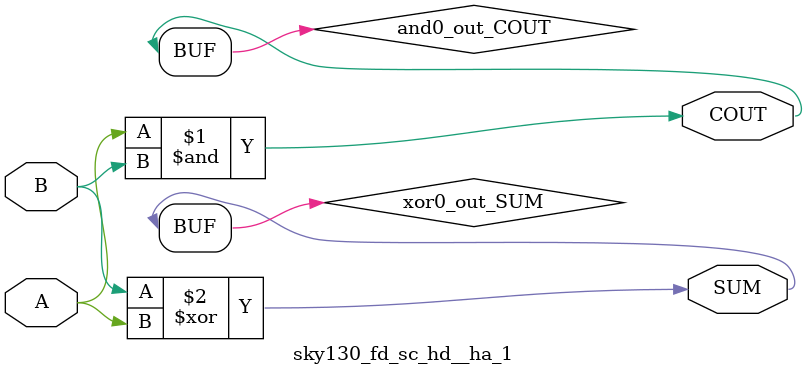
<source format=v>
/*
 * Copyright 2020 The SkyWater PDK Authors
 *
 * Licensed under the Apache License, Version 2.0 (the "License");
 * you may not use this file except in compliance with the License.
 * You may obtain a copy of the License at
 *
 *     https://www.apache.org/licenses/LICENSE-2.0
 *
 * Unless required by applicable law or agreed to in writing, software
 * distributed under the License is distributed on an "AS IS" BASIS,
 * WITHOUT WARRANTIES OR CONDITIONS OF ANY KIND, either express or implied.
 * See the License for the specific language governing permissions and
 * limitations under the License.
 *
 * SPDX-License-Identifier: Apache-2.0
*/


`ifndef SKY130_FD_SC_HD__HA_1_FUNCTIONAL_V
`define SKY130_FD_SC_HD__HA_1_FUNCTIONAL_V

/**
 * ha: Half adder.
 *
 * Verilog simulation functional model.
 */

`timescale 1ns / 1ps
`default_nettype none

`celldefine
module sky130_fd_sc_hd__ha_1 (
    COUT,
    SUM ,
    A   ,
    B
);

    // Module ports
    output COUT;
    output SUM ;
    input  A   ;
    input  B   ;

    // Local signals
    wire and0_out_COUT;
    wire xor0_out_SUM ;

    //  Name  Output         Other arguments
    and and0 (and0_out_COUT, A, B           );
    buf buf0 (COUT         , and0_out_COUT  );
    xor xor0 (xor0_out_SUM , B, A           );
    buf buf1 (SUM          , xor0_out_SUM   );

endmodule
`endcelldefine

`default_nettype wire
`endif  // SKY130_FD_SC_HD__HA_1_FUNCTIONAL_V

</source>
